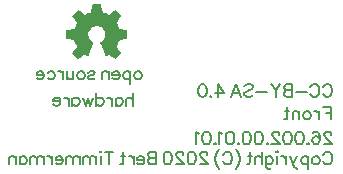
<source format=gbo>
G04 start of page 11 for group -4078 idx -4078 *
G04 Title: 26.002.00.01.01.pcb, bottomsilk *
G04 Creator: pcb 4.2.2 *
G04 CreationDate: Sat Feb 13 13:51:23 2021 UTC *
G04 For: bert *
G04 Format: Gerber/RS-274X *
G04 PCB-Dimensions (mil): 2440.94 4527.56 *
G04 PCB-Coordinate-Origin: lower left *
%MOIN*%
%FSLAX25Y25*%
%LNGBO*%
%ADD156C,0.0046*%
%ADD155C,0.0047*%
%ADD154C,0.0040*%
%ADD153C,0.0046*%
%ADD152C,0.0048*%
%ADD151C,0.0041*%
%ADD150C,0.0041*%
%ADD149C,0.0041*%
%ADD148C,0.0042*%
%ADD147C,0.0042*%
%ADD146C,0.0042*%
%ADD145C,0.0041*%
%ADD144C,0.0043*%
%ADD143C,0.0042*%
%ADD142C,0.0041*%
%ADD141C,0.0042*%
%ADD140C,0.0041*%
%ADD139C,0.0041*%
%ADD138C,0.0041*%
%ADD137C,0.0046*%
%ADD136C,0.0047*%
%ADD135C,0.0043*%
%ADD134C,0.0044*%
%ADD133C,0.0044*%
%ADD132C,0.0043*%
%ADD131C,0.0045*%
%ADD130C,0.0045*%
%ADD129C,0.0045*%
%ADD128C,0.0045*%
%ADD127C,0.0044*%
%ADD126C,0.0043*%
%ADD125C,0.0043*%
%ADD124C,0.0042*%
%ADD123C,0.0043*%
%ADD122C,0.0044*%
%ADD121C,0.0044*%
%ADD120C,0.0044*%
%ADD119C,0.0044*%
%ADD118C,0.0044*%
%ADD117C,0.0044*%
%ADD116C,0.0043*%
%ADD115C,0.0043*%
%ADD114C,0.0043*%
%ADD113C,0.0043*%
%ADD112C,0.0042*%
%ADD111C,0.0042*%
%ADD110C,0.0042*%
%ADD109C,0.0049*%
%ADD108C,0.0080*%
%ADD107C,0.0001*%
G54D107*G36*
X118164Y252394D02*X120741D01*
X120824Y252362D01*
X120871Y252286D01*
X120920Y252047D01*
X120964Y251825D01*
X121355Y249693D01*
X121402Y249605D01*
X121485Y249547D01*
X121588Y249503D01*
X122378Y249232D01*
X123128Y248874D01*
X123134D01*
X123221Y248836D01*
X123318Y248822D01*
X123416Y248853D01*
X125189Y250072D01*
X125380Y250197D01*
X125581Y250333D01*
X125667Y250358D01*
X125749Y250322D01*
X126080Y249992D01*
X126584Y249492D01*
X126742Y249329D01*
X127241Y248831D01*
X127403Y248674D01*
X127571Y248500D01*
X127610Y248415D01*
X127588Y248326D01*
X127452Y248125D01*
X127323Y247935D01*
X126134Y246199D01*
X126102Y246107D01*
X126117Y246010D01*
X126162Y245911D01*
X126845Y244305D01*
X126882Y244214D01*
X126945Y244136D01*
X127035Y244089D01*
X129074Y243708D01*
X129298Y243665D01*
X129541Y243622D01*
X129616Y243575D01*
X129645Y243492D01*
Y240915D01*
X129616Y240826D01*
X129541Y240779D01*
X129298Y240736D01*
X129074Y240693D01*
X127095Y240324D01*
X127007Y240276D01*
X126953Y240193D01*
X126925Y240133D01*
Y240122D01*
X126210Y238349D01*
X126205Y238337D01*
X126188Y238294D01*
X126171Y238193D01*
X126199Y238099D01*
X127328Y236467D01*
X127452Y236276D01*
X127593Y236075D01*
X127612Y235989D01*
X127571Y235907D01*
X127403Y235728D01*
X127241Y235571D01*
X125923Y234253D01*
X125749Y234085D01*
X125667Y234044D01*
X125581Y234062D01*
X125380Y234204D01*
X125189Y234328D01*
X123595Y235425D01*
X123496Y235454D01*
X123399Y235435D01*
X123068Y235251D01*
X122874Y235142D01*
X122527Y234964D01*
X122442Y234958D01*
X122380Y235018D01*
X122234Y235375D01*
X122146Y235582D01*
X120763Y238940D01*
X120675Y239146D01*
X120578Y239379D01*
X120574Y239474D01*
X120627Y239547D01*
X120850Y239678D01*
X120991Y239786D01*
X121527Y240232D01*
X121942Y240796D01*
X122209Y241455D01*
X122303Y242185D01*
X122245Y242760D01*
X122080Y243294D01*
X121817Y243779D01*
X121468Y244201D01*
X121048Y244550D01*
X120564Y244814D01*
X120030Y244979D01*
X119456Y245037D01*
X118881Y244979D01*
X118346Y244814D01*
X117863Y244550D01*
X117441Y244201D01*
X117093Y243779D01*
X116831Y243294D01*
X116666Y242760D01*
X116607Y242185D01*
X116700Y241455D01*
X116967Y240796D01*
X117381Y240232D01*
X117920Y239786D01*
X118056Y239678D01*
X118278Y239547D01*
X118332Y239474D01*
X118327Y239379D01*
X118230Y239146D01*
X118142Y238940D01*
X116759Y235582D01*
X116673Y235375D01*
X116525Y235018D01*
X116464Y234958D01*
X116380Y234964D01*
X116038Y235142D01*
X115837Y235251D01*
X115506Y235435D01*
X115407Y235454D01*
X115310Y235425D01*
X113716Y234328D01*
X113531Y234204D01*
X113325Y234062D01*
X113238Y234044D01*
X113156Y234085D01*
X112982Y234253D01*
X112825Y234415D01*
X112327Y234914D01*
X112164Y235072D01*
X111664Y235571D01*
X111502Y235728D01*
X111334Y235907D01*
X111295Y235989D01*
X111317Y236075D01*
X111453Y236276D01*
X111584Y236467D01*
X112706Y238099D01*
X112734Y238193D01*
X112717Y238294D01*
X112695Y238354D01*
X111985Y240128D01*
X111952Y240193D01*
X111898Y240276D01*
X111812Y240324D01*
X109831Y240693D01*
X109609Y240736D01*
X109370Y240779D01*
X109291Y240829D01*
X109262Y240915D01*
Y243492D01*
X109291Y243575D01*
X109370Y243622D01*
X109609Y243671D01*
X109831Y243708D01*
X111871Y244089D01*
X111960Y244136D01*
X112023Y244219D01*
X112060Y244305D01*
X112749Y245911D01*
X112788Y246010D01*
X112805Y246107D01*
X112777Y246199D01*
X111584Y247940D01*
X111453Y248125D01*
X111317Y248326D01*
X111295Y248415D01*
X111334Y248500D01*
X111502Y248674D01*
X111664Y248831D01*
X113156Y250322D01*
X113238Y250358D01*
X113325Y250339D01*
X113531Y250203D01*
X113716Y250072D01*
X115489Y248853D01*
X115587Y248824D01*
X115685Y248842D01*
X115771Y248874D01*
X115782Y248879D01*
X116528Y249233D01*
X117318Y249508D01*
X117421Y249547D01*
X117505Y249605D01*
X117550Y249693D01*
X117948Y251825D01*
X117985Y252047D01*
X118034Y252286D01*
X118081Y252362D01*
X118164Y252394D01*
G37*
G54D108*X194898Y202087D02*X195098Y202487D01*
X195498Y202887D01*
X195898Y203087D01*
X196698D01*
X197098Y202887D01*
X197498Y202487D01*
X197698Y202087D01*
X197898Y201487D01*
Y200487D02*Y201487D01*
Y200487D02*X197698Y199887D01*
X197498Y199487D01*
X197098Y199087D01*
X196698Y198887D01*
X195898D02*X196698D01*
X195898D02*X195498Y199087D01*
X195098Y199487D01*
X194898Y199887D01*
X192698Y201687D02*X193098Y201487D01*
X193498Y201087D01*
X193698Y200487D01*
Y200087D02*Y200487D01*
Y200087D02*X193498Y199487D01*
X193098Y199087D01*
X192698Y198887D01*
X192098D02*X192698D01*
X192098D02*X191698Y199087D01*
X191298Y199487D01*
X191098Y200087D01*
Y200487D01*
X191298Y201087D01*
X191698Y201487D01*
X192098Y201687D01*
X192698D01*
X189898Y197487D02*Y201687D01*
Y201087D02*X189498Y201487D01*
X189098Y201687D01*
X188498D02*X189098D01*
X188498D02*X188098Y201487D01*
X187698Y201087D01*
X187498Y200487D01*
Y200087D02*Y200487D01*
Y200087D02*X187698Y199487D01*
X188098Y199087D01*
X188498Y198887D01*
X189098D01*
X189498Y199087D01*
X189898Y199487D01*
X186098Y201687D02*X184898Y198887D01*
X183698Y201687D02*X184898Y198887D01*
X185298Y198087D01*
X185698Y197687D01*
X186098Y197487D01*
X186298D01*
X182498Y198887D02*Y201687D01*
Y200487D02*X182298Y201087D01*
X181898Y201487D01*
X181498Y201687D01*
X180898D02*X181498D01*
X179698Y203087D02*X179498Y202887D01*
X179298Y203087D01*
X179498Y203287D01*
X179698Y203087D01*
X179498Y198887D02*Y201687D01*
X175698Y198487D02*Y201687D01*
Y198487D02*X175898Y197887D01*
X176098Y197687D01*
X176498Y197487D01*
X177098D01*
X177498Y197687D01*
X175698Y201087D02*X176098Y201487D01*
X176498Y201687D01*
X177098D01*
X177498Y201487D01*
X177898Y201087D01*
X178098Y200487D01*
Y200087D02*Y200487D01*
Y200087D02*X177898Y199487D01*
X177498Y199087D01*
X177098Y198887D01*
X176498D02*X177098D01*
X176498D02*X176098Y199087D01*
X175698Y199487D01*
X174498Y198887D02*Y203087D01*
Y200887D02*X173898Y201487D01*
X173498Y201687D01*
X172898D02*X173498D01*
X172898D02*X172498Y201487D01*
X172298Y200887D01*
Y198887D02*Y200887D01*
X170498Y199687D02*Y203087D01*
Y199687D02*X170298Y199087D01*
X169898Y198887D01*
X169498D02*X169898D01*
X169698Y201687D02*X171098D01*
X165698Y203887D02*X166098Y203487D01*
X166498Y202887D01*
X166898Y202087D01*
X167098Y201087D01*
Y200287D02*Y201087D01*
Y200287D02*X166898Y199287D01*
X166498Y198487D01*
X166098Y197887D01*
X165698Y197487D01*
X161498Y202087D02*X161698Y202487D01*
X162098Y202887D01*
X162498Y203087D01*
X163298D01*
X163698Y202887D01*
X164098Y202487D01*
X164298Y202087D01*
X164498Y201487D01*
Y200487D02*Y201487D01*
Y200487D02*X164298Y199887D01*
X164098Y199487D01*
X163698Y199087D01*
X163298Y198887D01*
X162498D02*X163298D01*
X162498D02*X162098Y199087D01*
X161698Y199487D01*
X161498Y199887D01*
X160298Y203887D02*X159898Y203487D01*
X159498Y202887D01*
X159098Y202087D01*
X158898Y201087D01*
Y200287D02*Y201087D01*
Y200287D02*X159098Y199287D01*
X159498Y198487D01*
X159898Y197887D01*
X160298Y197487D01*
X156298Y202087D02*Y202287D01*
X156098Y202687D01*
X155898Y202887D01*
X155498Y203087D01*
X154698D02*X155498D01*
X154698D02*X154298Y202887D01*
X154098Y202687D01*
X153898Y202287D01*
Y201887D02*Y202287D01*
Y201887D02*X154098Y201487D01*
X154498Y200887D01*
X156498Y198887D01*
X153698D02*X156498D01*
X151298Y203087D02*X151898Y202887D01*
X152298Y202287D01*
X152498Y201287D01*
Y200687D02*Y201287D01*
Y200687D02*X152298Y199687D01*
X151898Y199087D01*
X151298Y198887D01*
X150898D02*X151298D01*
X150898D02*X150298Y199087D01*
X149898Y199687D01*
X149698Y200687D01*
Y201287D01*
X149898Y202287D01*
X150298Y202887D01*
X150898Y203087D01*
X151298D01*
X148298Y202087D02*Y202287D01*
X148098Y202687D01*
X147898Y202887D01*
X147498Y203087D01*
X146698D02*X147498D01*
X146698D02*X146298Y202887D01*
X146098Y202687D01*
X145898Y202287D01*
Y201887D02*Y202287D01*
Y201887D02*X146098Y201487D01*
X146498Y200887D01*
X148498Y198887D01*
X145698D02*X148498D01*
X143298Y203087D02*X143898Y202887D01*
X144298Y202287D01*
X144498Y201287D01*
Y200687D02*Y201287D01*
Y200687D02*X144298Y199687D01*
X143898Y199087D01*
X143298Y198887D01*
X142898D02*X143298D01*
X142898D02*X142298Y199087D01*
X141898Y199687D01*
X141698Y200687D01*
Y201287D01*
X141898Y202287D01*
X142298Y202887D01*
X142898Y203087D01*
X143298D01*
X139298Y198887D02*Y203087D01*
X137498D02*X139298D01*
X137498D02*X136898Y202887D01*
X136698Y202687D01*
X136498Y202287D01*
Y201887D02*Y202287D01*
Y201887D02*X136698Y201487D01*
X136898Y201287D01*
X137498Y201087D01*
X139298D01*
X137498D02*X136898Y200887D01*
X136698Y200687D01*
X136498Y200287D01*
Y199687D02*Y200287D01*
Y199687D02*X136698Y199287D01*
X136898Y199087D01*
X137498Y198887D01*
X139298D01*
X132898Y200487D02*X135298D01*
X132898D02*Y200887D01*
X133098Y201287D01*
X133298Y201487D01*
X133698Y201687D01*
X134298D01*
X134698Y201487D01*
X135098Y201087D01*
X135298Y200487D01*
Y200087D02*Y200487D01*
Y200087D02*X135098Y199487D01*
X134698Y199087D01*
X134298Y198887D01*
X133698D02*X134298D01*
X133698D02*X133298Y199087D01*
X132898Y199487D01*
X131698Y198887D02*Y201687D01*
Y200487D02*X131498Y201087D01*
X131098Y201487D01*
X130698Y201687D01*
X130098D02*X130698D01*
X128298Y199687D02*Y203087D01*
Y199687D02*X128098Y199087D01*
X127698Y198887D01*
X127298D02*X127698D01*
X127498Y201687D02*X128898D01*
X123498Y198887D02*Y203087D01*
X122098D02*X124898D01*
X120898D02*X120698Y202887D01*
X120498Y203087D01*
X120698Y203287D01*
X120898Y203087D01*
X120698Y198887D02*Y201687D01*
X119298Y198887D02*Y201687D01*
Y200887D02*X118698Y201487D01*
X118298Y201687D01*
X117698D02*X118298D01*
X117698D02*X117298Y201487D01*
X117098Y200887D01*
Y198887D02*Y200887D01*
X116498Y201487D01*
X116098Y201687D01*
X115498D02*X116098D01*
X115498D02*X115098Y201487D01*
X114898Y200887D01*
Y198887D02*Y200887D01*
X113698Y198887D02*Y201687D01*
Y200887D02*X113098Y201487D01*
X112698Y201687D01*
X112098D02*X112698D01*
X112098D02*X111698Y201487D01*
X111498Y200887D01*
Y198887D02*Y200887D01*
X110898Y201487D01*
X110498Y201687D01*
X109898D02*X110498D01*
X109898D02*X109498Y201487D01*
X109298Y200887D01*
Y198887D02*Y200887D01*
X105698Y200487D02*X108098D01*
X105698D02*Y200887D01*
X105898Y201287D01*
X106098Y201487D01*
X106498Y201687D01*
X107098D01*
X107498Y201487D01*
X107898Y201087D01*
X108098Y200487D01*
Y200087D02*Y200487D01*
Y200087D02*X107898Y199487D01*
X107498Y199087D01*
X107098Y198887D01*
X106498D02*X107098D01*
X106498D02*X106098Y199087D01*
X105698Y199487D01*
X104498Y198887D02*Y201687D01*
Y200487D02*X104298Y201087D01*
X103898Y201487D01*
X103498Y201687D01*
X102898D02*X103498D01*
X101698Y198887D02*Y201687D01*
Y200887D02*X101098Y201487D01*
X100698Y201687D01*
X100098D02*X100698D01*
X100098D02*X99698Y201487D01*
X99498Y200887D01*
Y198887D02*Y200887D01*
X98898Y201487D01*
X98498Y201687D01*
X97898D02*X98498D01*
X97898D02*X97498Y201487D01*
X97298Y200887D01*
Y198887D02*Y200887D01*
X93698Y198887D02*Y201687D01*
Y201087D02*X94098Y201487D01*
X94498Y201687D01*
X95098D01*
X95498Y201487D01*
X95898Y201087D01*
X96098Y200487D01*
Y200087D02*Y200487D01*
Y200087D02*X95898Y199487D01*
X95498Y199087D01*
X95098Y198887D01*
X94498D02*X95098D01*
X94498D02*X94098Y199087D01*
X93698Y199487D01*
X92498Y198887D02*Y201687D01*
Y200887D02*X91898Y201487D01*
X91498Y201687D01*
X90898D02*X91498D01*
X90898D02*X90498Y201487D01*
X90298Y200887D01*
Y198887D02*Y200887D01*
X197351Y213934D02*Y218134D01*
X194751D02*X197351D01*
X195751Y216134D02*X197351D01*
X193551Y213934D02*Y216734D01*
Y215534D02*X193351Y216134D01*
X192951Y216534D01*
X192551Y216734D01*
X191951D02*X192551D01*
X189751D02*X190151Y216534D01*
X190551Y216134D01*
X190751Y215534D01*
Y215134D02*Y215534D01*
Y215134D02*X190551Y214534D01*
X190151Y214134D01*
X189751Y213934D01*
X189151D02*X189751D01*
X189151D02*X188751Y214134D01*
X188351Y214534D01*
X188151Y215134D01*
Y215534D01*
X188351Y216134D01*
X188751Y216534D01*
X189151Y216734D01*
X189751D01*
X186951Y213934D02*Y216734D01*
Y215934D02*X186351Y216534D01*
X185951Y216734D01*
X185351D02*X185951D01*
X185351D02*X184951Y216534D01*
X184751Y215934D01*
Y213934D02*Y215934D01*
X182951Y214734D02*Y218134D01*
Y214734D02*X182751Y214134D01*
X182351Y213934D01*
X181951D02*X182351D01*
X182151Y216734D02*X183551D01*
X197635Y208830D02*Y209030D01*
X197435Y209430D01*
X197235Y209630D01*
X196835Y209830D01*
X196035D02*X196835D01*
X196035D02*X195635Y209630D01*
X195435Y209430D01*
X195235Y209030D01*
Y208630D02*Y209030D01*
Y208630D02*X195435Y208230D01*
X195835Y207630D01*
X197835Y205630D01*
X195035D02*X197835D01*
X191435Y209230D02*X191635Y209630D01*
X192235Y209830D01*
X192635D01*
X193235Y209630D01*
X193635Y209030D01*
X193835Y208030D01*
Y207030D02*Y208030D01*
Y207030D02*X193635Y206230D01*
X193235Y205830D01*
X192635Y205630D01*
X192435D02*X192635D01*
X192435D02*X191835Y205830D01*
X191435Y206230D01*
X191235Y206830D01*
Y207030D01*
X191435Y207630D01*
X191835Y208030D01*
X192435Y208230D01*
X192635D01*
X193235Y208030D01*
X193635Y207630D01*
X193835Y207030D01*
X189835Y206030D02*X190035Y205830D01*
X189835Y205630D01*
X189635Y205830D01*
X189835Y206030D01*
X187235Y209830D02*X187835Y209630D01*
X188235Y209030D01*
X188435Y208030D01*
Y207430D02*Y208030D01*
Y207430D02*X188235Y206430D01*
X187835Y205830D01*
X187235Y205630D01*
X186835D02*X187235D01*
X186835D02*X186235Y205830D01*
X185835Y206430D01*
X185635Y207430D01*
Y208030D01*
X185835Y209030D01*
X186235Y209630D01*
X186835Y209830D01*
X187235D01*
X183235D02*X183835Y209630D01*
X184235Y209030D01*
X184435Y208030D01*
Y207430D02*Y208030D01*
Y207430D02*X184235Y206430D01*
X183835Y205830D01*
X183235Y205630D01*
X182835D02*X183235D01*
X182835D02*X182235Y205830D01*
X181835Y206430D01*
X181635Y207430D01*
Y208030D01*
X181835Y209030D01*
X182235Y209630D01*
X182835Y209830D01*
X183235D01*
X180235Y208830D02*Y209030D01*
X180035Y209430D01*
X179835Y209630D01*
X179435Y209830D01*
X178635D02*X179435D01*
X178635D02*X178235Y209630D01*
X178035Y209430D01*
X177835Y209030D01*
Y208630D02*Y209030D01*
Y208630D02*X178035Y208230D01*
X178435Y207630D01*
X180435Y205630D01*
X177635D02*X180435D01*
X176235Y206030D02*X176435Y205830D01*
X176235Y205630D01*
X176035Y205830D01*
X176235Y206030D01*
X173635Y209830D02*X174235Y209630D01*
X174635Y209030D01*
X174835Y208030D01*
Y207430D02*Y208030D01*
Y207430D02*X174635Y206430D01*
X174235Y205830D01*
X173635Y205630D01*
X173235D02*X173635D01*
X173235D02*X172635Y205830D01*
X172235Y206430D01*
X172035Y207430D01*
Y208030D01*
X172235Y209030D01*
X172635Y209630D01*
X173235Y209830D01*
X173635D01*
X169635D02*X170235Y209630D01*
X170635Y209030D01*
X170835Y208030D01*
Y207430D02*Y208030D01*
Y207430D02*X170635Y206430D01*
X170235Y205830D01*
X169635Y205630D01*
X169235D02*X169635D01*
X169235D02*X168635Y205830D01*
X168235Y206430D01*
X168035Y207430D01*
Y208030D01*
X168235Y209030D01*
X168635Y209630D01*
X169235Y209830D01*
X169635D01*
X166635Y206030D02*X166835Y205830D01*
X166635Y205630D01*
X166435Y205830D01*
X166635Y206030D01*
X164035Y209830D02*X164635Y209630D01*
X165035Y209030D01*
X165235Y208030D01*
Y207430D02*Y208030D01*
Y207430D02*X165035Y206430D01*
X164635Y205830D01*
X164035Y205630D01*
X163635D02*X164035D01*
X163635D02*X163035Y205830D01*
X162635Y206430D01*
X162435Y207430D01*
Y208030D01*
X162635Y209030D01*
X163035Y209630D01*
X163635Y209830D01*
X164035D01*
X161235Y209030D02*X160835Y209230D01*
X160235Y209830D01*
Y205630D02*Y209830D01*
X158835Y206030D02*X159035Y205830D01*
X158835Y205630D01*
X158635Y205830D01*
X158835Y206030D01*
X156235Y209830D02*X156835Y209630D01*
X157235Y209030D01*
X157435Y208030D01*
Y207430D02*Y208030D01*
Y207430D02*X157235Y206430D01*
X156835Y205830D01*
X156235Y205630D01*
X155835D02*X156235D01*
X155835D02*X155235Y205830D01*
X154835Y206430D01*
X154635Y207430D01*
Y208030D01*
X154835Y209030D01*
X155235Y209630D01*
X155835Y209830D01*
X156235D01*
X153435Y209030D02*X153035Y209230D01*
X152435Y209830D01*
Y205630D02*Y209830D01*
X194835Y224578D02*X195035Y224978D01*
X195435Y225378D01*
X195835Y225578D01*
X196635D01*
X197035Y225378D01*
X197435Y224978D01*
X197635Y224578D01*
X197835Y223978D01*
Y222978D02*Y223978D01*
Y222978D02*X197635Y222378D01*
X197435Y221978D01*
X197035Y221578D01*
X196635Y221378D01*
X195835D02*X196635D01*
X195835D02*X195435Y221578D01*
X195035Y221978D01*
X194835Y222378D01*
X190635Y224578D02*X190835Y224978D01*
X191235Y225378D01*
X191635Y225578D01*
X192435D01*
X192835Y225378D01*
X193235Y224978D01*
X193435Y224578D01*
X193635Y223978D01*
Y222978D02*Y223978D01*
Y222978D02*X193435Y222378D01*
X193235Y221978D01*
X192835Y221578D01*
X192435Y221378D01*
X191635D02*X192435D01*
X191635D02*X191235Y221578D01*
X190835Y221978D01*
X190635Y222378D01*
X185835Y223178D02*X189435D01*
X184635Y221378D02*Y225578D01*
X182835D02*X184635D01*
X182835D02*X182235Y225378D01*
X182035Y225178D01*
X181835Y224778D01*
Y224378D02*Y224778D01*
Y224378D02*X182035Y223978D01*
X182235Y223778D01*
X182835Y223578D01*
X184635D01*
X182835D02*X182235Y223378D01*
X182035Y223178D01*
X181835Y222778D01*
Y222178D02*Y222778D01*
Y222178D02*X182035Y221778D01*
X182235Y221578D01*
X182835Y221378D01*
X184635D01*
X180635Y225578D02*X179035Y223578D01*
Y221378D02*Y223578D01*
X177435Y225578D02*X179035Y223578D01*
X172635Y223178D02*X176235D01*
X168635Y224978D02*X169035Y225378D01*
X169635Y225578D01*
X170435D01*
X171035Y225378D01*
X171435Y224978D01*
Y224578D02*Y224978D01*
Y224578D02*X171235Y224178D01*
X171035Y223978D01*
X170635Y223778D01*
X169435Y223378D01*
X169035Y223178D01*
X168835Y222978D01*
X168635Y222578D01*
Y221978D02*Y222578D01*
Y221978D02*X169035Y221578D01*
X169635Y221378D01*
X170435D01*
X171035Y221578D01*
X171435Y221978D01*
X165835Y225578D02*X167435Y221378D01*
X165835Y225578D02*X164235Y221378D01*
X164835Y222778D02*X166835D01*
X159835Y225578D02*X161835Y222778D01*
X158835D02*X161835D01*
X159835Y221378D02*Y225578D01*
X157435Y221778D02*X157635Y221578D01*
X157435Y221378D01*
X157235Y221578D01*
X157435Y221778D01*
X154835Y225578D02*X155435Y225378D01*
X155835Y224778D01*
X156035Y223778D01*
Y223178D02*Y223778D01*
Y223178D02*X155835Y222178D01*
X155435Y221578D01*
X154835Y221378D01*
X154435D02*X154835D01*
X154435D02*X153835Y221578D01*
X153435Y222178D01*
X153235Y223178D01*
Y223778D01*
X153435Y224778D01*
X153835Y225378D01*
X154435Y225578D01*
X154835D01*
X133443Y230016D02*X133843Y229816D01*
X134243Y229416D01*
X134443Y228816D01*
Y228416D02*Y228816D01*
Y228416D02*X134243Y227816D01*
X133843Y227416D01*
X133443Y227216D01*
X132843D02*X133443D01*
X132843D02*X132443Y227416D01*
X132043Y227816D01*
X131843Y228416D01*
Y228816D01*
X132043Y229416D01*
X132443Y229816D01*
X132843Y230016D01*
X133443D01*
X130643Y225816D02*Y230016D01*
Y229416D02*X130243Y229816D01*
X129843Y230016D01*
X129243D02*X129843D01*
X129243D02*X128843Y229816D01*
X128443Y229416D01*
X128243Y228816D01*
Y228416D02*Y228816D01*
Y228416D02*X128443Y227816D01*
X128843Y227416D01*
X129243Y227216D01*
X129843D01*
X130243Y227416D01*
X130643Y227816D01*
X124643Y228816D02*X127043D01*
X124643D02*Y229216D01*
X124843Y229616D01*
X125043Y229816D01*
X125443Y230016D01*
X126043D01*
X126443Y229816D01*
X126843Y229416D01*
X127043Y228816D01*
Y228416D02*Y228816D01*
Y228416D02*X126843Y227816D01*
X126443Y227416D01*
X126043Y227216D01*
X125443D02*X126043D01*
X125443D02*X125043Y227416D01*
X124643Y227816D01*
X123443Y227216D02*Y230016D01*
Y229216D02*X122843Y229816D01*
X122443Y230016D01*
X121843D02*X122443D01*
X121843D02*X121443Y229816D01*
X121243Y229216D01*
Y227216D02*Y229216D01*
X116643Y229416D02*X116843Y229816D01*
X117443Y230016D01*
X118043D01*
X118643Y229816D01*
X118843Y229416D01*
X118643Y229016D01*
X118243Y228816D01*
X117243Y228616D01*
X116843Y228416D01*
X116643Y228016D01*
Y227816D02*Y228016D01*
Y227816D02*X116843Y227416D01*
X117443Y227216D01*
X118043D01*
X118643Y227416D01*
X118843Y227816D01*
X114443Y230016D02*X114843Y229816D01*
X115243Y229416D01*
X115443Y228816D01*
Y228416D02*Y228816D01*
Y228416D02*X115243Y227816D01*
X114843Y227416D01*
X114443Y227216D01*
X113843D02*X114443D01*
X113843D02*X113443Y227416D01*
X113043Y227816D01*
X112843Y228416D01*
Y228816D01*
X113043Y229416D01*
X113443Y229816D01*
X113843Y230016D01*
X114443D01*
X111643Y228016D02*Y230016D01*
Y228016D02*X111443Y227416D01*
X111043Y227216D01*
X110443D02*X111043D01*
X110443D02*X110043Y227416D01*
X109443Y228016D01*
Y227216D02*Y230016D01*
X108243Y227216D02*Y230016D01*
Y228816D02*X108043Y229416D01*
X107643Y229816D01*
X107243Y230016D01*
X106643D02*X107243D01*
X103043Y229416D02*X103443Y229816D01*
X103843Y230016D01*
X104443D01*
X104843Y229816D01*
X105243Y229416D01*
X105443Y228816D01*
Y228416D02*Y228816D01*
Y228416D02*X105243Y227816D01*
X104843Y227416D01*
X104443Y227216D01*
X103843D02*X104443D01*
X103843D02*X103443Y227416D01*
X103043Y227816D01*
X99443Y228816D02*X101843D01*
X99443D02*Y229216D01*
X99643Y229616D01*
X99843Y229816D01*
X100243Y230016D01*
X100843D01*
X101243Y229816D01*
X101643Y229416D01*
X101843Y228816D01*
Y228416D02*Y228816D01*
Y228416D02*X101643Y227816D01*
X101243Y227416D01*
X100843Y227216D01*
X100243D02*X100843D01*
X100243D02*X99843Y227416D01*
X99443Y227816D01*
X131490Y218358D02*Y222558D01*
Y220358D02*X130890Y220958D01*
X130490Y221158D01*
X129890D02*X130490D01*
X129890D02*X129490Y220958D01*
X129290Y220358D01*
Y218358D02*Y220358D01*
X125690Y218358D02*Y221158D01*
Y220558D02*X126090Y220958D01*
X126490Y221158D01*
X127090D01*
X127490Y220958D01*
X127890Y220558D01*
X128090Y219958D01*
Y219558D02*Y219958D01*
Y219558D02*X127890Y218958D01*
X127490Y218558D01*
X127090Y218358D01*
X126490D02*X127090D01*
X126490D02*X126090Y218558D01*
X125690Y218958D01*
X124490Y218358D02*Y221158D01*
Y219958D02*X124290Y220558D01*
X123890Y220958D01*
X123490Y221158D01*
X122890D02*X123490D01*
X119290Y218358D02*Y222558D01*
Y220558D02*X119690Y220958D01*
X120090Y221158D01*
X120690D01*
X121090Y220958D01*
X121490Y220558D01*
X121690Y219958D01*
Y219558D02*Y219958D01*
Y219558D02*X121490Y218958D01*
X121090Y218558D01*
X120690Y218358D01*
X120090D02*X120690D01*
X120090D02*X119690Y218558D01*
X119290Y218958D01*
X118090Y221158D02*X117290Y218358D01*
X116490Y221158D02*X117290Y218358D01*
X116490Y221158D02*X115690Y218358D01*
X114890Y221158D02*X115690Y218358D01*
X111290D02*Y221158D01*
Y220558D02*X111690Y220958D01*
X112090Y221158D01*
X112690D01*
X113090Y220958D01*
X113490Y220558D01*
X113690Y219958D01*
Y219558D02*Y219958D01*
Y219558D02*X113490Y218958D01*
X113090Y218558D01*
X112690Y218358D01*
X112090D02*X112690D01*
X112090D02*X111690Y218558D01*
X111290Y218958D01*
X110090Y218358D02*Y221158D01*
Y219958D02*X109890Y220558D01*
X109490Y220958D01*
X109090Y221158D01*
X108490D02*X109090D01*
X104890Y219958D02*X107290D01*
X104890D02*Y220358D01*
X105090Y220758D01*
X105290Y220958D01*
X105690Y221158D01*
X106290D01*
X106690Y220958D01*
X107090Y220558D01*
X107290Y219958D01*
Y219558D02*Y219958D01*
Y219558D02*X107090Y218958D01*
X106690Y218558D01*
X106290Y218358D01*
X105690D02*X106290D01*
X105690D02*X105290Y218558D01*
X104890Y218958D01*
G54D109*X198573Y243356D03*
Y228593D03*
G54D110*X198081Y242372D03*
G54D111*Y241880D03*
G54D112*Y241388D03*
G54D113*Y240896D03*
G54D114*Y240404D03*
G54D115*Y239911D03*
G54D116*Y239419D03*
G54D117*Y238927D03*
G54D118*Y238435D03*
G54D119*Y237943D03*
G54D120*Y237451D03*
G54D121*Y236959D03*
G54D122*Y236467D03*
Y235974D03*
G54D121*Y235482D03*
G54D120*Y234990D03*
G54D119*Y234498D03*
G54D118*Y234006D03*
G54D123*Y233514D03*
G54D116*Y233022D03*
G54D110*X197589Y242864D03*
G54D111*Y242372D03*
G54D124*Y241880D03*
G54D125*Y241388D03*
G54D126*Y240896D03*
G54D116*Y240404D03*
G54D117*Y239911D03*
G54D118*Y239419D03*
G54D121*Y238927D03*
G54D127*Y238435D03*
G54D128*Y237943D03*
G54D129*Y237451D03*
G54D130*Y236959D03*
G54D131*Y236467D03*
Y235974D03*
G54D130*Y235482D03*
G54D129*Y234990D03*
G54D128*Y234498D03*
G54D127*Y234006D03*
G54D121*Y233514D03*
G54D118*Y233022D03*
G54D111*X197097Y242864D03*
G54D124*Y242372D03*
G54D125*Y241880D03*
G54D115*Y241388D03*
G54D132*Y240896D03*
G54D133*Y240404D03*
G54D120*Y239911D03*
G54D134*Y239419D03*
G54D129*Y238927D03*
Y233514D03*
G54D134*Y233022D03*
G54D120*Y232530D03*
G54D112*X196605Y242864D03*
G54D125*Y242372D03*
G54D115*Y241880D03*
G54D132*Y241388D03*
G54D118*Y240896D03*
G54D122*Y240404D03*
G54D128*Y239911D03*
Y232530D03*
G54D121*Y232037D03*
G54D113*X196113Y242864D03*
G54D126*Y242372D03*
G54D132*Y241880D03*
G54D118*Y241388D03*
G54D122*Y240896D03*
G54D129*Y240404D03*
G54D135*Y236467D03*
Y235974D03*
G54D129*Y232037D03*
G54D122*Y231545D03*
G54D114*X195621Y242864D03*
G54D116*Y242372D03*
G54D133*Y241880D03*
G54D122*Y241388D03*
G54D129*Y240896D03*
G54D136*Y237943D03*
G54D109*Y237451D03*
Y236959D03*
Y236467D03*
Y235974D03*
Y235482D03*
Y234990D03*
Y234498D03*
G54D129*Y231545D03*
G54D121*Y231053D03*
G54D115*X195129Y242864D03*
G54D117*Y242372D03*
G54D120*Y241880D03*
G54D128*Y241388D03*
G54D122*Y238927D03*
G54D109*Y238435D03*
Y237943D03*
Y237451D03*
Y236959D03*
Y236467D03*
Y235974D03*
Y235482D03*
Y234990D03*
Y234498D03*
Y234006D03*
G54D137*Y233514D03*
G54D128*Y231053D03*
G54D120*Y230561D03*
G54D116*X194636Y242864D03*
G54D119*Y242372D03*
G54D134*Y241880D03*
G54D136*Y239419D03*
G54D109*Y238927D03*
Y238435D03*
Y237943D03*
G54D135*Y237451D03*
G54D138*Y234990D03*
G54D109*Y234498D03*
Y234006D03*
Y233514D03*
G54D136*Y233022D03*
G54D134*Y230561D03*
G54D139*Y230069D03*
G54D117*X194144Y242864D03*
G54D121*Y242372D03*
G54D129*Y241880D03*
G54D137*Y239911D03*
G54D109*Y239419D03*
Y238927D03*
Y238435D03*
G54D135*Y237943D03*
Y234498D03*
G54D109*Y234006D03*
Y233514D03*
Y233022D03*
G54D122*Y232530D03*
G54D129*Y230561D03*
G54D121*Y230069D03*
G54D118*X193652Y242864D03*
G54D134*Y242372D03*
G54D109*Y239911D03*
Y239419D03*
Y238927D03*
Y238435D03*
Y234006D03*
Y233514D03*
Y233022D03*
Y232530D03*
G54D127*Y230069D03*
G54D119*X193160Y242864D03*
G54D128*Y242372D03*
G54D136*Y240404D03*
G54D109*Y239911D03*
Y239419D03*
Y238927D03*
Y238435D03*
G54D137*Y236959D03*
G54D109*Y236467D03*
Y235974D03*
G54D136*Y235482D03*
G54D109*Y234006D03*
Y233514D03*
Y233022D03*
Y232530D03*
G54D136*Y232037D03*
G54D128*Y230069D03*
G54D135*Y229577D03*
G54D120*X192668Y242864D03*
G54D129*Y242372D03*
G54D109*Y240404D03*
Y239911D03*
Y239419D03*
Y238927D03*
Y238435D03*
G54D135*Y236959D03*
G54D109*Y236467D03*
Y235974D03*
G54D122*Y235482D03*
G54D109*Y234006D03*
Y233514D03*
Y233022D03*
Y232530D03*
Y232037D03*
G54D129*Y230069D03*
G54D120*Y229577D03*
G54D121*X192176Y242864D03*
G54D130*Y242372D03*
G54D109*Y240404D03*
Y239911D03*
Y239419D03*
Y238927D03*
Y238435D03*
Y236467D03*
Y235974D03*
Y234006D03*
Y233514D03*
Y233022D03*
Y232530D03*
Y232037D03*
G54D130*Y230069D03*
G54D121*Y229577D03*
G54D122*X191684Y242864D03*
G54D131*Y242372D03*
G54D135*Y240896D03*
G54D109*Y240404D03*
Y239911D03*
Y239419D03*
Y238927D03*
Y238435D03*
Y237943D03*
Y236467D03*
Y235974D03*
Y234498D03*
Y234006D03*
Y233514D03*
Y233022D03*
Y232530D03*
Y232037D03*
G54D135*Y231545D03*
G54D131*Y230069D03*
G54D122*Y229577D03*
X191192Y242864D03*
G54D131*Y242372D03*
G54D135*Y240896D03*
G54D109*Y240404D03*
Y239911D03*
Y239419D03*
Y238927D03*
Y238435D03*
Y237943D03*
G54D138*Y237451D03*
Y234990D03*
G54D109*Y234498D03*
Y234006D03*
Y233514D03*
Y233022D03*
Y232530D03*
Y232037D03*
G54D135*Y231545D03*
G54D131*Y230069D03*
G54D122*Y229577D03*
G54D121*X190699Y242864D03*
G54D130*Y242372D03*
G54D109*Y240404D03*
Y239911D03*
Y239419D03*
Y238927D03*
Y238435D03*
G54D135*Y237943D03*
G54D138*Y234498D03*
G54D109*Y234006D03*
Y233514D03*
Y233022D03*
Y232530D03*
Y232037D03*
G54D130*Y230069D03*
G54D121*Y229577D03*
X190207Y242864D03*
G54D129*Y242372D03*
G54D109*Y240404D03*
Y239911D03*
Y239419D03*
Y238927D03*
Y238435D03*
Y234006D03*
Y233514D03*
Y233022D03*
Y232530D03*
Y232037D03*
G54D129*Y230069D03*
G54D120*Y229577D03*
G54D119*X189715Y242864D03*
G54D128*Y242372D03*
G54D109*Y240404D03*
Y239911D03*
Y239419D03*
Y238927D03*
Y238435D03*
G54D137*Y236959D03*
G54D109*Y236467D03*
Y235974D03*
G54D136*Y235482D03*
G54D109*Y234006D03*
Y233514D03*
Y233022D03*
Y232530D03*
G54D136*Y232037D03*
G54D128*Y230069D03*
G54D135*Y229577D03*
G54D118*X189223Y242864D03*
G54D134*Y242372D03*
G54D109*Y239911D03*
Y239419D03*
Y238927D03*
Y238435D03*
G54D138*Y236959D03*
G54D109*Y236467D03*
Y235974D03*
G54D122*Y235482D03*
G54D109*Y234006D03*
Y233514D03*
Y233022D03*
Y232530D03*
G54D134*Y230069D03*
G54D117*X188731Y242864D03*
G54D121*Y242372D03*
G54D129*Y241880D03*
G54D136*Y239911D03*
G54D109*Y239419D03*
Y238927D03*
Y238435D03*
Y236467D03*
Y235974D03*
Y234006D03*
Y233514D03*
Y233022D03*
G54D137*Y232530D03*
G54D129*Y230561D03*
G54D121*Y230069D03*
G54D132*X188239Y242864D03*
G54D119*Y242372D03*
G54D134*Y241880D03*
G54D136*Y239419D03*
G54D109*Y238927D03*
Y238435D03*
Y237943D03*
Y236467D03*
Y235974D03*
Y234498D03*
Y234006D03*
Y233514D03*
G54D136*Y233022D03*
G54D134*Y230561D03*
G54D140*Y230069D03*
G54D115*X187747Y242864D03*
G54D117*Y242372D03*
G54D121*Y241880D03*
G54D128*Y241388D03*
G54D136*Y238927D03*
G54D109*Y238435D03*
Y237943D03*
Y237451D03*
Y236959D03*
Y236467D03*
Y235974D03*
Y235482D03*
Y234990D03*
Y234498D03*
Y234006D03*
G54D136*Y233514D03*
G54D128*Y231053D03*
G54D120*Y230561D03*
G54D114*X187255Y242864D03*
G54D116*Y242372D03*
G54D118*Y241880D03*
G54D122*Y241388D03*
G54D116*Y240896D03*
G54D109*Y237943D03*
Y237451D03*
Y236959D03*
Y236467D03*
Y235974D03*
Y235482D03*
Y234990D03*
Y234498D03*
G54D129*Y231545D03*
G54D122*Y231053D03*
G54D113*X186762Y242864D03*
G54D115*Y242372D03*
G54D132*Y241880D03*
G54D119*Y241388D03*
G54D127*Y240896D03*
G54D116*Y240404D03*
G54D135*Y236467D03*
Y235974D03*
G54D129*Y232037D03*
G54D127*Y231545D03*
G54D112*X186270Y242864D03*
G54D125*Y242372D03*
G54D115*Y241880D03*
G54D123*Y241388D03*
G54D119*Y240896D03*
G54D122*Y240404D03*
G54D128*Y239911D03*
Y232530D03*
G54D122*Y232037D03*
G54D111*X185778Y242864D03*
G54D124*Y242372D03*
G54D125*Y241880D03*
G54D115*Y241388D03*
G54D132*Y240896D03*
G54D118*Y240404D03*
G54D121*Y239911D03*
G54D134*Y239419D03*
G54D129*Y238927D03*
Y233514D03*
G54D134*Y233022D03*
G54D120*Y232530D03*
G54D110*X185286Y242864D03*
G54D111*Y242372D03*
G54D124*Y241880D03*
G54D125*Y241388D03*
G54D115*Y240896D03*
G54D116*Y240404D03*
G54D117*Y239911D03*
G54D119*Y239419D03*
G54D121*Y238927D03*
G54D134*Y238435D03*
G54D128*Y237943D03*
G54D129*Y237451D03*
G54D130*Y236959D03*
G54D131*Y236467D03*
Y235974D03*
G54D130*Y235482D03*
G54D129*Y234990D03*
G54D128*Y234498D03*
G54D134*Y234006D03*
G54D121*Y233514D03*
G54D119*Y233022D03*
G54D141*X184794Y242864D03*
G54D110*Y242372D03*
G54D111*Y241880D03*
G54D112*Y241388D03*
G54D113*Y240896D03*
G54D114*Y240404D03*
G54D115*Y239911D03*
G54D132*Y239419D03*
G54D117*Y238927D03*
G54D118*Y238435D03*
G54D119*Y237943D03*
G54D121*Y237451D03*
Y236959D03*
G54D122*Y236467D03*
Y235974D03*
G54D121*Y235482D03*
G54D120*Y234990D03*
G54D119*Y234498D03*
G54D118*Y234006D03*
G54D117*Y233514D03*
G54D116*Y233022D03*
G54D142*X184302Y242864D03*
G54D141*Y242372D03*
G54D110*Y241880D03*
G54D111*Y241388D03*
G54D112*Y240896D03*
G54D143*Y240404D03*
G54D125*Y239911D03*
G54D126*Y239419D03*
G54D115*Y238927D03*
G54D116*Y238435D03*
G54D132*Y237943D03*
G54D123*Y237451D03*
G54D117*Y236959D03*
Y236467D03*
Y235974D03*
Y235482D03*
G54D123*Y234990D03*
G54D132*Y234498D03*
G54D144*Y234006D03*
G54D115*Y233514D03*
G54D114*Y233022D03*
G54D145*X183810Y242864D03*
G54D142*Y242372D03*
G54D141*Y241880D03*
G54D146*Y241388D03*
G54D147*Y240896D03*
G54D148*Y240404D03*
G54D112*Y239911D03*
G54D143*Y239419D03*
G54D113*Y238927D03*
G54D125*Y238435D03*
G54D126*Y237943D03*
G54D115*Y237451D03*
Y236959D03*
Y236467D03*
Y235974D03*
Y235482D03*
Y234990D03*
G54D126*Y234498D03*
G54D125*Y234006D03*
G54D113*Y233514D03*
G54D143*Y233022D03*
G54D149*X183318Y242864D03*
G54D145*Y242372D03*
G54D150*Y241880D03*
G54D142*Y241388D03*
G54D141*Y240896D03*
G54D110*Y240404D03*
G54D147*Y239911D03*
G54D111*Y239419D03*
G54D112*Y238927D03*
G54D124*Y238435D03*
G54D143*Y237943D03*
G54D135*Y237451D03*
G54D113*Y236959D03*
Y236467D03*
Y235974D03*
Y235482D03*
G54D135*Y234990D03*
G54D124*Y234498D03*
G54D112*Y234006D03*
Y233514D03*
G54D111*Y233022D03*
G54D139*X182825Y242864D03*
G54D149*Y242372D03*
G54D145*Y241880D03*
G54D150*Y241388D03*
G54D142*Y240896D03*
Y240404D03*
G54D141*Y239911D03*
G54D146*Y239419D03*
G54D110*Y238927D03*
G54D147*Y238435D03*
G54D111*Y237943D03*
G54D148*Y237451D03*
Y236959D03*
Y236467D03*
Y235974D03*
Y235482D03*
Y234990D03*
G54D111*Y234498D03*
G54D147*Y234006D03*
G54D110*Y233514D03*
G54D146*Y233022D03*
G54D139*X182333Y242864D03*
Y242372D03*
G54D140*Y241880D03*
G54D149*Y241388D03*
G54D145*Y240896D03*
G54D150*Y240404D03*
Y239911D03*
G54D142*Y239419D03*
G54D141*Y238927D03*
Y238435D03*
G54D146*Y237943D03*
Y237451D03*
G54D110*Y236959D03*
Y236467D03*
Y235974D03*
Y235482D03*
G54D146*Y234990D03*
Y234498D03*
G54D141*Y234006D03*
Y233514D03*
G54D142*Y233022D03*
G54D151*X181841Y242864D03*
Y242372D03*
G54D139*Y241880D03*
Y241388D03*
G54D140*Y240896D03*
G54D149*Y240404D03*
Y239911D03*
G54D145*Y239419D03*
G54D150*Y238927D03*
Y238435D03*
G54D142*Y237943D03*
Y237451D03*
Y236959D03*
Y236467D03*
Y235974D03*
Y235482D03*
Y234990D03*
Y234498D03*
G54D150*Y234006D03*
Y233514D03*
G54D145*Y233022D03*
G54D138*X181349Y242864D03*
G54D151*Y242372D03*
Y241880D03*
Y241388D03*
G54D139*Y240896D03*
Y240404D03*
Y239911D03*
G54D140*Y239419D03*
G54D149*Y238927D03*
Y238435D03*
Y237943D03*
G54D145*Y237451D03*
Y236959D03*
Y236467D03*
Y235974D03*
Y235482D03*
Y234990D03*
G54D149*Y234498D03*
Y234006D03*
Y233514D03*
G54D140*Y233022D03*
G54D138*X180857Y242864D03*
Y242372D03*
Y241880D03*
G54D151*Y241388D03*
Y240896D03*
Y240404D03*
Y239911D03*
Y239419D03*
G54D139*Y238927D03*
Y238435D03*
Y237943D03*
Y237451D03*
Y236959D03*
Y236467D03*
Y235974D03*
Y235482D03*
Y234990D03*
Y234498D03*
Y234006D03*
Y233514D03*
G54D151*Y233022D03*
G54D138*X180365Y242864D03*
Y242372D03*
Y241880D03*
Y241388D03*
Y240896D03*
Y240404D03*
G54D151*Y239911D03*
Y239419D03*
Y238927D03*
Y238435D03*
Y237943D03*
Y237451D03*
Y236959D03*
Y236467D03*
Y235974D03*
Y235482D03*
Y234990D03*
Y234498D03*
Y234006D03*
Y233514D03*
Y233022D03*
G54D138*X179873Y242864D03*
Y242372D03*
Y241880D03*
Y241388D03*
Y240896D03*
Y240404D03*
Y235974D03*
Y235482D03*
Y234990D03*
Y234498D03*
Y234006D03*
Y233514D03*
Y233022D03*
X179381Y242864D03*
Y242372D03*
Y241880D03*
Y241388D03*
Y234990D03*
Y234498D03*
Y234006D03*
Y233514D03*
Y233022D03*
X178888Y242864D03*
Y242372D03*
Y241880D03*
G54D137*Y239419D03*
G54D109*Y238927D03*
Y238435D03*
Y237943D03*
Y237451D03*
G54D137*Y236959D03*
G54D138*Y234498D03*
Y234006D03*
Y233514D03*
Y233022D03*
X178396Y242864D03*
Y242372D03*
Y241880D03*
G54D131*Y239911D03*
G54D109*Y239419D03*
Y238927D03*
Y238435D03*
Y237943D03*
Y237451D03*
Y236959D03*
Y236467D03*
G54D138*Y234498D03*
Y234006D03*
Y233514D03*
Y233022D03*
G54D109*Y231545D03*
Y231053D03*
Y230561D03*
Y230069D03*
Y229577D03*
G54D138*X177904Y242864D03*
Y242372D03*
G54D109*Y240404D03*
Y239911D03*
Y239419D03*
Y238927D03*
Y238435D03*
Y237943D03*
Y237451D03*
Y236959D03*
Y236467D03*
Y235974D03*
G54D138*Y234006D03*
Y233514D03*
Y233022D03*
G54D109*Y231545D03*
Y230561D03*
Y229577D03*
G54D138*X177412Y242864D03*
Y242372D03*
G54D137*Y240896D03*
G54D109*Y240404D03*
Y239911D03*
Y239419D03*
Y238927D03*
Y238435D03*
Y237943D03*
Y237451D03*
Y236959D03*
Y236467D03*
Y235974D03*
G54D137*Y235482D03*
G54D138*Y234006D03*
Y233514D03*
Y233022D03*
G54D109*Y231545D03*
Y230561D03*
Y229577D03*
G54D138*X176920Y242864D03*
Y242372D03*
G54D109*Y240896D03*
Y240404D03*
Y239911D03*
Y239419D03*
Y236959D03*
Y236467D03*
Y235974D03*
Y235482D03*
G54D138*Y234006D03*
Y233514D03*
Y233022D03*
G54D109*Y231053D03*
Y230069D03*
G54D138*X176428Y242864D03*
Y242372D03*
G54D109*Y240896D03*
Y239419D03*
Y235482D03*
G54D138*Y234006D03*
Y233514D03*
Y233022D03*
X175936Y242864D03*
Y242372D03*
G54D109*Y240896D03*
Y239419D03*
Y235482D03*
G54D138*Y234006D03*
Y233514D03*
Y233022D03*
G54D109*Y231545D03*
G54D138*X175444Y242864D03*
Y242372D03*
G54D109*Y240896D03*
Y240404D03*
Y239911D03*
Y239419D03*
Y236959D03*
Y236467D03*
Y235974D03*
Y235482D03*
G54D138*Y234006D03*
Y233514D03*
Y233022D03*
G54D109*Y231053D03*
G54D138*X174951Y242864D03*
Y242372D03*
G54D137*Y240896D03*
G54D109*Y240404D03*
Y239911D03*
Y239419D03*
Y238927D03*
Y238435D03*
Y237943D03*
Y237451D03*
Y236959D03*
Y236467D03*
Y235974D03*
G54D137*Y235482D03*
G54D138*Y234006D03*
Y233514D03*
Y233022D03*
G54D109*Y230561D03*
Y230069D03*
Y229577D03*
G54D138*X174459Y242864D03*
Y242372D03*
G54D109*Y240404D03*
Y239911D03*
Y239419D03*
Y238927D03*
Y238435D03*
Y237943D03*
Y237451D03*
Y236959D03*
Y236467D03*
Y235974D03*
G54D138*Y234006D03*
Y233514D03*
Y233022D03*
G54D109*Y231053D03*
G54D138*X173967Y242864D03*
Y242372D03*
Y241880D03*
G54D109*Y239911D03*
Y239419D03*
Y238927D03*
Y238435D03*
Y237943D03*
Y237451D03*
Y236959D03*
Y236467D03*
G54D138*Y234498D03*
Y234006D03*
Y233514D03*
Y233022D03*
G54D109*Y231545D03*
G54D138*X173475Y242864D03*
Y242372D03*
Y241880D03*
G54D137*Y239419D03*
G54D109*Y238927D03*
Y238435D03*
Y237943D03*
Y237451D03*
G54D137*Y236959D03*
G54D138*Y234498D03*
Y234006D03*
Y233514D03*
Y233022D03*
X172983Y242864D03*
Y242372D03*
Y241880D03*
Y241388D03*
Y234990D03*
Y234498D03*
Y234006D03*
Y233514D03*
Y233022D03*
X172491Y242864D03*
Y242372D03*
Y241880D03*
Y241388D03*
Y240896D03*
Y240404D03*
Y235974D03*
Y235482D03*
Y234990D03*
Y234498D03*
Y234006D03*
Y233514D03*
Y233022D03*
X171999Y242864D03*
Y242372D03*
Y241880D03*
Y241388D03*
Y240896D03*
Y240404D03*
Y239911D03*
Y239419D03*
Y238927D03*
Y238435D03*
Y237943D03*
Y237451D03*
Y236959D03*
Y236467D03*
Y235974D03*
Y235482D03*
Y234990D03*
Y234498D03*
Y234006D03*
Y233514D03*
Y233022D03*
X171507Y242864D03*
Y242372D03*
Y241880D03*
Y241388D03*
Y240896D03*
Y240404D03*
Y239911D03*
Y239419D03*
Y238927D03*
Y238435D03*
Y237943D03*
Y237451D03*
Y236959D03*
Y236467D03*
Y235974D03*
Y235482D03*
Y234990D03*
Y234498D03*
Y234006D03*
Y233514D03*
Y233022D03*
X171014Y242864D03*
Y242372D03*
Y241880D03*
Y241388D03*
Y240896D03*
Y240404D03*
Y239911D03*
Y239419D03*
Y238927D03*
Y238435D03*
Y237943D03*
Y237451D03*
Y236959D03*
Y236467D03*
Y235974D03*
Y235482D03*
Y234990D03*
Y234498D03*
Y234006D03*
Y233514D03*
Y233022D03*
X170522Y242864D03*
Y242372D03*
Y241880D03*
Y241388D03*
Y240896D03*
Y240404D03*
Y239911D03*
Y239419D03*
Y238927D03*
Y238435D03*
Y237943D03*
Y237451D03*
Y236959D03*
Y236467D03*
Y235974D03*
Y235482D03*
Y234990D03*
Y234498D03*
Y234006D03*
Y233514D03*
Y233022D03*
X170030Y242864D03*
Y242372D03*
Y241880D03*
Y241388D03*
Y240896D03*
Y240404D03*
Y239911D03*
Y239419D03*
Y238927D03*
Y238435D03*
Y237943D03*
Y237451D03*
Y236959D03*
Y236467D03*
Y235974D03*
Y235482D03*
Y234990D03*
Y234498D03*
Y234006D03*
Y233514D03*
Y233022D03*
X169538Y242864D03*
Y242372D03*
Y241880D03*
Y241388D03*
Y240896D03*
Y240404D03*
Y239911D03*
Y239419D03*
Y238927D03*
Y238435D03*
Y237943D03*
Y237451D03*
Y236959D03*
Y236467D03*
Y235974D03*
Y235482D03*
Y234990D03*
Y234498D03*
Y234006D03*
Y233514D03*
Y233022D03*
X169046Y242864D03*
Y242372D03*
Y241880D03*
Y241388D03*
Y240896D03*
Y240404D03*
Y239911D03*
Y239419D03*
Y238927D03*
Y238435D03*
Y237943D03*
Y237451D03*
Y236959D03*
Y236467D03*
Y235974D03*
Y235482D03*
Y234990D03*
Y234498D03*
Y234006D03*
Y233514D03*
Y233022D03*
X168554Y242864D03*
Y242372D03*
Y241880D03*
Y241388D03*
Y240896D03*
Y240404D03*
Y239911D03*
Y239419D03*
Y238927D03*
Y238435D03*
Y237943D03*
Y237451D03*
Y236959D03*
Y236467D03*
Y235974D03*
Y235482D03*
Y234990D03*
Y234498D03*
Y234006D03*
Y233514D03*
Y233022D03*
X168062Y242864D03*
Y242372D03*
Y241880D03*
Y241388D03*
Y240896D03*
Y240404D03*
Y235974D03*
Y235482D03*
Y234990D03*
Y234498D03*
Y234006D03*
Y233514D03*
Y233022D03*
X167569Y242864D03*
Y242372D03*
Y241880D03*
Y241388D03*
Y234990D03*
Y234498D03*
Y234006D03*
Y233514D03*
Y233022D03*
X167077Y242864D03*
Y242372D03*
Y241880D03*
G54D137*Y239419D03*
G54D109*Y238927D03*
Y238435D03*
Y237943D03*
Y237451D03*
G54D137*Y236959D03*
G54D138*Y234498D03*
Y234006D03*
Y233514D03*
Y233022D03*
X166585Y242864D03*
Y242372D03*
Y241880D03*
G54D131*Y239911D03*
G54D109*Y239419D03*
G54D152*Y238927D03*
Y238435D03*
G54D109*Y237943D03*
Y237451D03*
Y236959D03*
Y236467D03*
G54D138*Y234498D03*
Y234006D03*
Y233514D03*
Y233022D03*
G54D109*Y231053D03*
Y229577D03*
G54D138*X166093Y242864D03*
Y242372D03*
G54D109*Y240404D03*
Y239911D03*
G54D132*Y239419D03*
G54D142*Y237943D03*
G54D147*Y237451D03*
G54D109*Y236467D03*
Y235974D03*
G54D138*Y234006D03*
Y233514D03*
Y233022D03*
G54D109*Y231545D03*
Y230561D03*
Y229577D03*
G54D138*X165601Y242864D03*
Y242372D03*
G54D137*Y240896D03*
G54D109*Y240404D03*
Y235974D03*
G54D137*Y235482D03*
G54D138*Y234006D03*
Y233514D03*
Y233022D03*
G54D109*Y231545D03*
Y230561D03*
Y229577D03*
G54D138*X165109Y242864D03*
Y242372D03*
G54D109*Y240896D03*
G54D153*Y240404D03*
G54D135*Y237943D03*
G54D123*Y237451D03*
G54D133*Y235974D03*
G54D109*Y235482D03*
G54D138*Y234006D03*
Y233514D03*
Y233022D03*
G54D109*Y231545D03*
Y230069D03*
G54D138*X164617Y242864D03*
Y242372D03*
G54D109*Y240896D03*
G54D132*Y240404D03*
G54D109*Y238927D03*
Y238435D03*
Y237943D03*
Y237451D03*
G54D154*Y235974D03*
G54D109*Y235482D03*
G54D138*Y234006D03*
Y233514D03*
Y233022D03*
X164125Y242864D03*
Y242372D03*
G54D109*Y240896D03*
G54D132*Y240404D03*
G54D109*Y238927D03*
Y238435D03*
Y237943D03*
Y237451D03*
G54D154*Y235974D03*
G54D109*Y235482D03*
G54D138*Y234006D03*
Y233514D03*
Y233022D03*
G54D109*Y231053D03*
Y230561D03*
Y230069D03*
Y229577D03*
G54D138*X163632Y242864D03*
Y242372D03*
G54D109*Y240896D03*
G54D153*Y240404D03*
Y238435D03*
Y237943D03*
G54D154*Y237451D03*
G54D131*Y235974D03*
G54D109*Y235482D03*
G54D138*Y234006D03*
Y233514D03*
Y233022D03*
G54D109*Y231545D03*
Y230561D03*
G54D138*X163140Y242864D03*
Y242372D03*
G54D137*Y240896D03*
G54D109*Y240404D03*
G54D147*Y239911D03*
G54D109*Y235974D03*
G54D137*Y235482D03*
G54D138*Y234006D03*
Y233514D03*
Y233022D03*
G54D109*Y231545D03*
Y230561D03*
G54D138*X162648Y242864D03*
Y242372D03*
G54D109*Y240404D03*
Y239911D03*
G54D152*Y236467D03*
G54D109*Y235974D03*
G54D138*Y234006D03*
Y233514D03*
Y233022D03*
G54D109*Y231053D03*
Y230561D03*
Y230069D03*
Y229577D03*
G54D138*X162156Y242864D03*
Y242372D03*
Y241880D03*
G54D109*Y239911D03*
Y239419D03*
Y238927D03*
G54D155*Y238435D03*
G54D156*Y237943D03*
G54D109*Y237451D03*
Y236959D03*
Y236467D03*
G54D138*Y234498D03*
Y234006D03*
Y233514D03*
Y233022D03*
X161664Y242864D03*
Y242372D03*
Y241880D03*
G54D137*Y239419D03*
G54D109*Y238927D03*
Y238435D03*
Y237943D03*
Y237451D03*
G54D137*Y236959D03*
G54D138*Y234498D03*
Y234006D03*
Y233514D03*
Y233022D03*
X161172Y242864D03*
Y242372D03*
Y241880D03*
Y241388D03*
Y234990D03*
Y234498D03*
Y234006D03*
Y233514D03*
Y233022D03*
X160680Y242864D03*
Y242372D03*
Y241880D03*
Y241388D03*
Y240896D03*
Y240404D03*
Y235974D03*
Y235482D03*
Y234990D03*
Y234498D03*
Y234006D03*
Y233514D03*
Y233022D03*
X160188Y242864D03*
Y242372D03*
Y241880D03*
Y241388D03*
Y240896D03*
Y240404D03*
Y239911D03*
Y239419D03*
Y238927D03*
Y238435D03*
Y237943D03*
Y237451D03*
Y236959D03*
Y236467D03*
Y235974D03*
Y235482D03*
Y234990D03*
Y234498D03*
Y234006D03*
Y233514D03*
Y233022D03*
X159695Y242864D03*
Y242372D03*
Y241880D03*
Y241388D03*
Y240896D03*
Y240404D03*
Y239911D03*
Y239419D03*
Y238927D03*
Y238435D03*
Y237943D03*
Y237451D03*
Y236959D03*
Y236467D03*
Y235974D03*
Y235482D03*
Y234990D03*
Y234498D03*
Y234006D03*
Y233514D03*
Y233022D03*
X159203Y242864D03*
Y242372D03*
Y241880D03*
Y241388D03*
Y240896D03*
Y240404D03*
Y239911D03*
Y239419D03*
Y238927D03*
Y238435D03*
Y237943D03*
Y237451D03*
Y236959D03*
Y236467D03*
Y235974D03*
Y235482D03*
Y234990D03*
Y234498D03*
Y234006D03*
Y233514D03*
Y233022D03*
X158711Y242864D03*
Y242372D03*
Y241880D03*
Y241388D03*
Y240896D03*
Y240404D03*
Y239911D03*
Y239419D03*
Y238927D03*
Y238435D03*
Y237943D03*
Y237451D03*
Y236959D03*
Y236467D03*
Y235974D03*
Y235482D03*
Y234990D03*
Y234498D03*
Y234006D03*
Y233514D03*
Y233022D03*
X158219Y242864D03*
Y242372D03*
Y241880D03*
Y241388D03*
Y240896D03*
Y240404D03*
Y239911D03*
Y239419D03*
Y238927D03*
Y238435D03*
Y237943D03*
Y237451D03*
Y236959D03*
Y236467D03*
Y235974D03*
Y235482D03*
Y234990D03*
Y234498D03*
Y234006D03*
Y233514D03*
Y233022D03*
X157727Y242864D03*
Y242372D03*
Y241880D03*
Y241388D03*
Y240896D03*
Y240404D03*
Y239911D03*
Y239419D03*
Y238927D03*
Y238435D03*
Y237943D03*
Y237451D03*
Y236959D03*
Y236467D03*
Y235974D03*
Y235482D03*
Y234990D03*
Y234498D03*
Y234006D03*
Y233514D03*
Y233022D03*
X157235Y242864D03*
Y242372D03*
Y241880D03*
Y241388D03*
Y240896D03*
Y240404D03*
Y239911D03*
Y239419D03*
Y238927D03*
Y238435D03*
Y237943D03*
Y237451D03*
Y236959D03*
Y236467D03*
Y235974D03*
Y235482D03*
Y234990D03*
Y234498D03*
Y234006D03*
Y233514D03*
Y233022D03*
X156743Y242864D03*
Y242372D03*
Y241880D03*
Y241388D03*
Y240896D03*
Y240404D03*
Y239911D03*
Y239419D03*
Y238927D03*
Y238435D03*
Y237943D03*
Y237451D03*
Y236959D03*
Y236467D03*
Y235974D03*
Y235482D03*
Y234990D03*
Y234498D03*
Y234006D03*
Y233514D03*
Y233022D03*
X156251Y242372D03*
Y241880D03*
Y241388D03*
Y240896D03*
Y240404D03*
Y239911D03*
Y239419D03*
Y238927D03*
Y238435D03*
Y237943D03*
Y237451D03*
Y236959D03*
Y236467D03*
Y235974D03*
Y235482D03*
Y234990D03*
Y234498D03*
Y234006D03*
Y233514D03*
Y233022D03*
G54D109*X155758Y243356D03*
Y228593D03*
M02*

</source>
